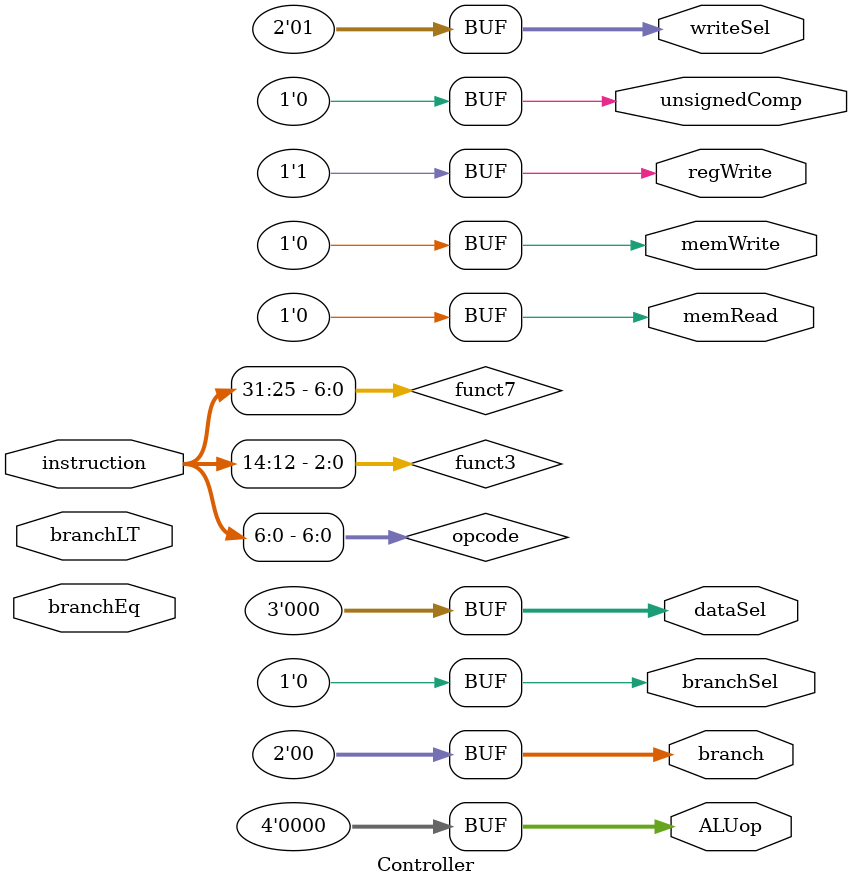
<source format=sv>
`timescale 1ns / 1ps

module Controller (
    input logic branchEq, branchLT,
    input logic [31:0] instruction,
    output logic regWrite, branchSel, unsignedComp, memRead, memWrite,
    output logic [1:0] writeSel, branch,
    output logic [2:0] dataSel,
    output logic [3:0] ALUop
);

    logic [6:0] opcode; assign opcode = instruction[6:0];
    logic [2:0] funct3; assign funct3 = instruction[14:12];
    logic [6:0] funct7; assign funct7 = instruction[31:25];

    // Instruction opcodes
    parameter R_TYPE_OPCODE = 7'b0110011;
    parameter I_TYPE_OPCODE = 7'b0010011;
    parameter LOAD_OPCODE = 7'b0000011;
    parameter STORE_OPCODE = 7'b0100011;
    parameter B_TYPE_OPCODE = 7'b1100011;
    parameter JALR_OPCODE = 7'b1100111;

    // Set default control signals
    assign regWrite = 1'b1;
    assign branchSel = 1'b0;
    assign ALUop = 4'b0000;
    assign memRead = 1'b0;
    assign memWrite = 1'b0;
    assign writeSel = 2'b01;
    assign dataSel = 3'b0;
    assign unsignedComp = 1'b0;
    assign branch = 2'b00;

    // Check if the instruction is an R-type instruction
    always_comb begin
        if (opcode == R_TYPE_OPCODE) begin  // Set control signals for R-type instructions
            regWrite = 1'b1; // Write enabled    
            branchSel = 1'b0; // readData2
            memWrite = 1'b0; // DataMemory write disable
            memRead = 1'b0; // DataMemory read disable
            writeSel = 2'b01; // ALUout
            dataSel = 3'b010; // Word
            unsignedComp = 1'b0; // Signed
            branch = 2'b00; // PC + 4

            case (funct3)   // Define cases for different ALU operations
                3'b000: // ADD/SUB
                    begin
                        if (funct7 == 7'b0000000) begin
                            ALUop = 4'b0000; // ADD                        
                        end
                        else begin
                            ALUop = 4'b0001; // SUB
                        end                        
                    end
                3'b001: // SLL
                    begin
                        ALUop = 4'b0010;                        
                    end
                3'b010: // SLT
                    begin
                        ALUop = 4'b0011;                                               
                    end
                3'b011: // SLTU
                    begin
                        ALUop = 4'b0100;                                               
                    end
                3'b100: // XOR
                    begin
                        ALUop = 4'b0101;                                               
                    end
                3'b101: // SRL/SRA
                    begin
                        if (funct7 == 7'b0000000) begin
                            ALUop = 4'b0110; // SRL                       
                        end
                        else begin
                            ALUop = 4'b0111; // SRA
                        end                        
                    end
                3'b110: // OR
                    begin
                        ALUop = 4'b1000;                                               
                    end
                3'b111: // AND
                    begin
                        ALUop = 4'b1001;                                               
                    end
                default: // Default case
                    begin
                        ALUop = 4'b0000;
                    end
            endcase
        end

        if (opcode == I_TYPE_OPCODE) begin  // Set control signals for I-type instructions
            regWrite = 1'b1;
            branchSel = 1'b1; // ImmGen
            memWrite = 1'b0;
            memRead = 1'b0;
            writeSel = 2'b01;
            dataSel = 3'b010;
            unsignedComp = 1'b0;
            branch = 2'b00;

            case (funct3)   // Define cases for different ALU operations
                3'b000: // ADDI
                    begin
                        ALUop = 4'b0000;                        
                    end
                3'b001: // SLLI
                    begin
                        ALUop = 4'b0010;                        
                    end
                3'b010: // SLTI
                    begin
                        ALUop = 4'b0011;                                               
                    end
                3'b011: // SLTIU
                    begin
                        ALUop = 4'b0100;                                               
                    end
                3'b100: // XORI
                    begin
                        ALUop = 4'b0101;                                               
                    end
                3'b101: // SRLI/SRAI
                    begin
                        if (funct7 == 7'b0000000) begin
                            ALUop = 4'b0110; // SRLI                       
                        end
                        else begin
                            ALUop = 4'b0111; // SRAI
                        end                        
                    end
                3'b110: // ORI
                    begin
                        ALUop = 4'b1000;                                               
                    end
                3'b111: // ANDI
                    begin
                        ALUop = 4'b1001;                                               
                    end
                default: // Default case
                    begin
                        ALUop = 4'b0000;
                    end
            endcase
        end

        if (opcode == LOAD_OPCODE) begin    // Set control signals for Load instructions
            regWrite = 1'b1;
            branchSel = 1'b1; // ImmGen
            memWrite = 1'b0;
            memRead = 1'b1; // DataMemory read enabled
            writeSel = 2'b00; // DataMemory
            ALUop = 4'b0000; // ADD
            branch = 2'b00;
            unsignedComp = 1'b0;
            dataSel = funct3; // Word, Half word, Byte
        end

        if (opcode == STORE_OPCODE) begin   // Set control signals for Store instructions
            regWrite = 1'b0; // Write disabled
            branchSel = 1'b1; // ImmGen
            memWrite = 1'b1; // DataMemory write enabled
            memRead = 1'b0;
            writeSel = 2'bZ; // Write output disabled
            ALUop = 4'b0000;    // ADD
            branch = 2'b00;
            unsignedComp = 1'b0;
            dataSel = funct3; // Word, Half word, Byte
        end

        if (opcode == B_TYPE_OPCODE) begin  // Set control signals for B-type instructions
            regWrite = 1'b0; // Write disabled
            branchSel = 1'b1; // ImmGen
            memWrite = 1'b0; 
            memRead = 1'b0;
            writeSel = 2'bZ; // Write output disabled
            ALUop = 4'b1111; // Pass immediate to ALUout
            dataSel = 3'bZ; // No DataMemory access

            case (funct3)
                3'b000: // BEQ
                    begin
                        unsignedComp = 1'b0;
                        if (branchEq == 1'b1) begin
                            branch = 2'b01;                     
                        end                        
                    end
                3'b001: // BNE
                    begin
                        unsignedComp = 1'b0;
                        if (branchEq != 1'b1) begin
                            branch = 2'b01;                     
                        end                        
                    end
                3'b100: // BLT
                    begin
                        unsignedComp = 1'b0;
                        if (branchLT == 1'b1) begin
                            branch = 2'b01;                     
                        end                                               
                    end
                3'b101: // BGE
                    begin
                        unsignedComp = 1'b0;
                        if (branchEq == 1'b1 || branchLT != 1'b1) begin
                            branch = 2'b01;                     
                        end                                               
                    end
                3'b110: // BLTU
                    begin
                        unsignedComp = 1'b1;
                        if (branchLT == 1'b1) begin
                            branch = 2'b01;                     
                        end                                               
                    end
                3'b111: // BGEU
                    begin
                        unsignedComp = 1'b1;
                        if (branchEq == 1'b1 || branchLT != 1'b1) begin
                            branch = 2'b01;                     
                        end                        
                    end            
                default: // Default case
                    begin
                        unsignedComp = 1'b0;
                        branch = 2'b00;
                    end
            endcase
        end

        if (opcode == JALR_OPCODE) begin    // Set control signals for B-type instructions
            regWrite = 1'b1;
            branchSel = 1'b1; // ImmGen
            memWrite = 1'b0;
            memRead = 1'b0;
            writeSel = 2'b10; // PC + 4
            ALUop = 4'b0000; // ADD
            dataSel = 3'bZ; // No DataMemory access
            unsignedComp = 1'bZ;
            branch = 2'b10; // Jump

        end
    end

endmodule
</source>
